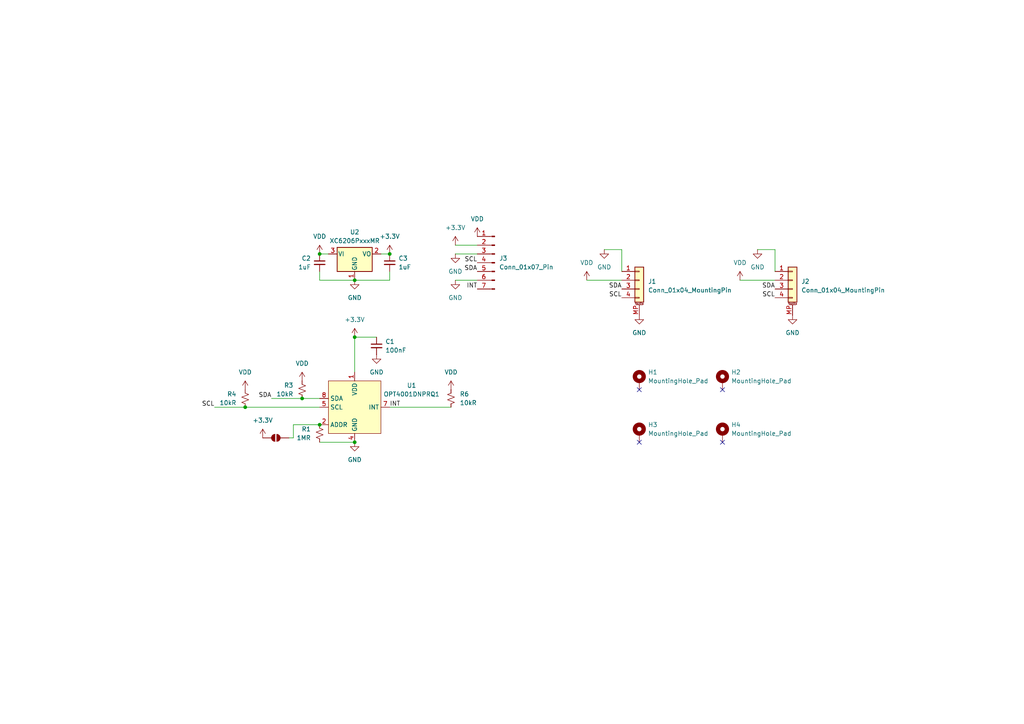
<source format=kicad_sch>
(kicad_sch (version 20231120) (generator "eeschema") (generator_version "8.0")
  (paper "A4")
  (lib_symbols
    (symbol "Connector:Conn_01x07_Pin" (pin_names (offset 1.016) hide)
      (property "Reference" "J" (at 0 10.16 0))
      (property "Value" "Conn_01x07_Pin" (at 0 -10.16 0))
      (symbol "Conn_01x07_Pin_1_1"
        (polyline (pts (xy 1.27 -7.62) (xy 0.8636 -7.62)) (stroke (width 0.1524)))
        (polyline (pts (xy 1.27 -5.08) (xy 0.8636 -5.08)) (stroke (width 0.1524)))
        (polyline (pts (xy 1.27 -2.54) (xy 0.8636 -2.54)) (stroke (width 0.1524)))
        (polyline (pts (xy 1.27 0) (xy 0.8636 0)) (stroke (width 0.1524)))
        (polyline (pts (xy 1.27 2.54) (xy 0.8636 2.54)) (stroke (width 0.1524)))
        (polyline (pts (xy 1.27 5.08) (xy 0.8636 5.08)) (stroke (width 0.1524)))
        (polyline (pts (xy 1.27 7.62) (xy 0.8636 7.62)) (stroke (width 0.1524)))
        (rectangle (start 0.8636 -7.493) (end 0 -7.747) (stroke (width 0.1524)) (fill (type outline)))
        (rectangle (start 0.8636 -4.953) (end 0 -5.207) (stroke (width 0.1524)) (fill (type outline)))
        (rectangle (start 0.8636 -2.413) (end 0 -2.667) (stroke (width 0.1524)) (fill (type outline)))
        (rectangle (start 0.8636 0.127) (end 0 -0.127) (stroke (width 0.1524)) (fill (type outline)))
        (rectangle (start 0.8636 2.667) (end 0 2.413) (stroke (width 0.1524)) (fill (type outline)))
        (rectangle (start 0.8636 5.207) (end 0 4.953) (stroke (width 0.1524)) (fill (type outline)))
        (rectangle (start 0.8636 7.747) (end 0 7.493) (stroke (width 0.1524)) (fill (type outline)))
        (pin passive line (at 5.08 7.62 180) (length 3.81) (name "Pin_1") (number "1"))
        (pin passive line (at 5.08 5.08 180) (length 3.81) (name "Pin_2") (number "2"))
        (pin passive line (at 5.08 2.54 180) (length 3.81) (name "Pin_3") (number "3"))
        (pin passive line (at 5.08 0 180) (length 3.81) (name "Pin_4") (number "4"))
        (pin passive line (at 5.08 -2.54 180) (length 3.81) (name "Pin_5") (number "5"))
        (pin passive line (at 5.08 -5.08 180) (length 3.81) (name "Pin_6") (number "6"))
        (pin passive line (at 5.08 -7.62 180) (length 3.81) (name "Pin_7") (number "7"))
      )
    )
    (symbol "Connector_Generic_MountingPin:Conn_01x04_MountingPin" (pin_names (offset 1.016) hide)
      (property "Reference" "J" (at 0 5.08 0))
      (property "Value" "Conn_01x04_MountingPin" (at 1.27 -7.62 0))
      (symbol "Conn_01x04_MountingPin_1_1"
        (rectangle (start -1.27 -4.953) (end 0 -5.207) (stroke (width 0.1524)))
        (rectangle (start -1.27 -2.413) (end 0 -2.667) (stroke (width 0.1524)))
        (rectangle (start -1.27 0.127) (end 0 -0.127) (stroke (width 0.1524)))
        (rectangle (start -1.27 2.667) (end 0 2.413) (stroke (width 0.1524)))
        (rectangle (start -1.27 3.81) (end 1.27 -6.35) (stroke (width 0.254)) (fill (type background)))
        (polyline (pts (xy -1.016 -7.112) (xy 1.016 -7.112)) (stroke (width 0.1524)))
        (text "Mounting" (at 0 -6.731 0) (effects (font (size 0.381 0.381))))
        (pin passive line (at -5.08 2.54 0) (length 3.81) (name "Pin_1") (number "1"))
        (pin passive line (at -5.08 0 0) (length 3.81) (name "Pin_2") (number "2"))
        (pin passive line (at -5.08 -2.54 0) (length 3.81) (name "Pin_3") (number "3"))
        (pin passive line (at -5.08 -5.08 0) (length 3.81) (name "Pin_4") (number "4"))
        (pin passive line (at 0 -10.16 90) (length 3.048) (name "MountPin") (number "MP"))
      )
    )
    (symbol "Device:C_Small" (pin_numbers hide) (pin_names (offset 0.254) hide)
      (property "Reference" "C" (at 0.254 1.778 0))
      (property "Value" "C_Small" (at 0.254 -2.032 0))
      (symbol "C_Small_0_1"
        (polyline (pts (xy -1.524 -0.508) (xy 1.524 -0.508)) (stroke (width 0.3302)))
        (polyline (pts (xy -1.524 0.508) (xy 1.524 0.508)) (stroke (width 0.3048)))
      )
      (symbol "C_Small_1_1"
        (pin passive line (at 0 2.54 270) (length 2.032) (name "~") (number "1"))
        (pin passive line (at 0 -2.54 90) (length 2.032) (name "~") (number "2"))
      )
    )
    (symbol "Device:R_Small_US" (pin_numbers hide) (pin_names (offset 0.254) hide)
      (property "Reference" "R" (at 0.762 0.508 0))
      (property "Value" "R_Small_US" (at 0.762 -1.016 0))
      (symbol "R_Small_US_1_1"
        (polyline (pts (xy 0 0) (xy 1.016 -0.381) (xy 0 -0.762) (xy -1.016 -1.143) (xy 0 -1.524)))
        (polyline (pts (xy 0 1.524) (xy 1.016 1.143) (xy 0 0.762) (xy -1.016 0.381) (xy 0 0)))
        (pin passive line (at 0 2.54 270) (length 1.016) (name "~") (number "1"))
        (pin passive line (at 0 -2.54 90) (length 1.016) (name "~") (number "2"))
      )
    )
    (symbol "Jumper:SolderJumper_2_Open" (pin_numbers hide) (pin_names (offset 0) hide) (exclude_from_sim yes) (in_bom no)
      (property "Reference" "JP" (at 0 2.032 0))
      (property "Value" "SolderJumper_2_Open" (at 0 -2.54 0))
      (symbol "SolderJumper_2_Open_0_1"
        (arc (start -0.254 1.016) (mid -1.2656 0) (end -0.254 -1.016))
        (arc (start -0.254 1.016) (mid -1.2656 0) (end -0.254 -1.016) (fill (type outline)))
        (polyline (pts (xy -0.254 1.016) (xy -0.254 -1.016)))
        (polyline (pts (xy 0.254 1.016) (xy 0.254 -1.016)))
        (arc (start 0.254 -1.016) (mid 1.2656 0) (end 0.254 1.016))
        (arc (start 0.254 -1.016) (mid 1.2656 0) (end 0.254 1.016) (fill (type outline)))
      )
      (symbol "SolderJumper_2_Open_1_1"
        (pin passive line (at -3.81 0 0) (length 2.54) (name "A") (number "1"))
        (pin passive line (at 3.81 0 180) (length 2.54) (name "B") (number "2"))
      )
    )
    (symbol "Mechanical:MountingHole_Pad" (pin_numbers hide) (pin_names (offset 1.016) hide) (exclude_from_sim yes) (in_bom no)
      (property "Reference" "H" (at 0 6.35 0))
      (property "Value" "MountingHole_Pad" (at 0 4.445 0))
      (symbol "MountingHole_Pad_0_1"
        (circle (center 0 1.27) (radius 1.27) (stroke (width 1.27)))
      )
      (symbol "MountingHole_Pad_1_1"
        (pin input line (at 0 -2.54 90) (length 2.54) (name "1") (number "1"))
      )
    )
    (symbol "OPT4001:OPT4001DNPRQ1"
      (property "Reference" "U" (at -10.16 12.7 0))
      (property "Value" "OPT4001DNPRQ1" (at -10.16 10.16 0))
      (symbol "OPT4001DNPRQ1_0_0"
        (pin power_in line (at 0 10.16 270) (length 2.54) (name "VDD") (number "1"))
        (pin power_in line (at 0 -10.16 90) (length 2.54) (name "GND") (number "4"))
        (pin input line (at -10.16 0 0) (length 2.54) (name "SCL") (number "5"))
        (pin no_connect line (at 2.54 -7.62 90) (length 2.54) hide (name "NC") (number "6"))
        (pin bidirectional line (at 10.16 0 180) (length 2.54) (name "INT") (number "7"))
        (pin bidirectional line (at -10.16 2.54 0) (length 2.54) (name "SDA") (number "8"))
      )
      (symbol "OPT4001DNPRQ1_1_0"
        (pin input line (at -10.16 -5.08 0) (length 2.54) (name "ADDR") (number "2"))
        (pin no_connect line (at -2.54 -7.62 90) (length 2.54) hide (name "NC") (number "3"))
      )
      (symbol "OPT4001DNPRQ1_1_1"
        (rectangle (start -7.62 7.62) (end 7.62 -7.62) (fill (type background)))
      )
    )
    (symbol "Regulator_Linear:XC6206PxxxMR" (pin_names (offset 0.254))
      (property "Reference" "U" (at -3.81 3.175 0))
      (property "Value" "XC6206PxxxMR" (at 0 3.175 0))
      (symbol "XC6206PxxxMR_0_1"
        (rectangle (start -5.08 1.905) (end 5.08 -5.08) (stroke (width 0.254)) (fill (type background)))
      )
      (symbol "XC6206PxxxMR_1_1"
        (pin power_in line (at 0 -7.62 90) (length 2.54) (name "GND") (number "1"))
        (pin power_out line (at 7.62 0 180) (length 2.54) (name "VO") (number "2"))
        (pin power_in line (at -7.62 0 0) (length 2.54) (name "VI") (number "3"))
      )
    )
    (symbol "power:+3.3V" (power) (pin_numbers hide) (pin_names (offset 0) hide)
      (property "Value" "+3.3V" (at 0 3.556 0))
      (symbol "+3.3V_0_1"
        (polyline (pts (xy -0.762 1.27) (xy 0 2.54)))
        (polyline (pts (xy 0 0) (xy 0 2.54)))
        (polyline (pts (xy 0 2.54) (xy 0.762 1.27)))
      )
      (symbol "+3.3V_1_1"
        (pin power_in line (at 0 0 90) (length 0) (name "~") (number "1"))
      )
    )
    (symbol "power:GND" (power) (pin_numbers hide) (pin_names (offset 0) hide)
      (property "Value" "GND" (at 0 -3.81 0))
      (symbol "GND_0_1"
        (polyline (pts (xy 0 0) (xy 0 -1.27) (xy 1.27 -1.27) (xy 0 -2.54) (xy -1.27 -1.27) (xy 0 -1.27)))
      )
      (symbol "GND_1_1"
        (pin power_in line (at 0 0 270) (length 0) (name "~") (number "1"))
      )
    )
    (symbol "power:VDD" (power) (pin_numbers hide) (pin_names (offset 0) hide)
      (property "Value" "VDD" (at 0 3.556 0))
      (symbol "VDD_0_1"
        (polyline (pts (xy -0.762 1.27) (xy 0 2.54)))
        (polyline (pts (xy 0 0) (xy 0 2.54)))
        (polyline (pts (xy 0 2.54) (xy 0.762 1.27)))
      )
      (symbol "VDD_1_1"
        (pin power_in line (at 0 0 90) (length 0) (name "~") (number "1"))
      )
    )
  )
  (junction (at 87.63 115.57))
  (junction (at 92.71 123.19))
  (junction (at 92.71 73.66))
  (junction (at 102.87 81.28))
  (junction (at 102.87 128.27))
  (junction (at 71.12 118.11))
  (junction (at 113.03 73.66))
  (junction (at 102.87 97.79))
  (no_connect (at 209.55 113.03))
  (no_connect (at 209.55 128.27))
  (no_connect (at 185.42 128.27))
  (no_connect (at 185.42 113.03))
  (wire (pts (xy 132.08 81.28) (xy 138.43 81.28)))
  (wire (pts (xy 214.63 81.28) (xy 224.79 81.28)))
  (wire (pts (xy 83.82 127) (xy 85.09 127)))
  (wire (pts (xy 180.34 72.39) (xy 180.34 78.74)))
  (wire (pts (xy 92.71 78.74) (xy 92.71 81.28)))
  (wire (pts (xy 92.71 81.28) (xy 102.87 81.28)))
  (wire (pts (xy 102.87 97.79) (xy 109.22 97.79)))
  (wire (pts (xy 219.71 72.39) (xy 224.79 72.39)))
  (wire (pts (xy 175.26 72.39) (xy 180.34 72.39)))
  (wire (pts (xy 85.09 123.19) (xy 92.71 123.19)))
  (wire (pts (xy 132.08 73.66) (xy 138.43 73.66)))
  (wire (pts (xy 113.03 118.11) (xy 130.81 118.11)))
  (wire (pts (xy 113.03 73.66) (xy 110.49 73.66)))
  (wire (pts (xy 78.74 115.57) (xy 87.63 115.57)))
  (wire (pts (xy 62.23 118.11) (xy 71.12 118.11)))
  (wire (pts (xy 71.12 118.11) (xy 92.71 118.11)))
  (wire (pts (xy 113.03 78.74) (xy 113.03 81.28)))
  (wire (pts (xy 170.18 81.28) (xy 180.34 81.28)))
  (wire (pts (xy 92.71 128.27) (xy 102.87 128.27)))
  (wire (pts (xy 92.71 73.66) (xy 95.25 73.66)))
  (wire (pts (xy 132.08 71.12) (xy 138.43 71.12)))
  (wire (pts (xy 87.63 115.57) (xy 92.71 115.57)))
  (wire (pts (xy 102.87 97.79) (xy 102.87 107.95)))
  (wire (pts (xy 85.09 127) (xy 85.09 123.19)))
  (wire (pts (xy 224.79 72.39) (xy 224.79 78.74)))
  (wire (pts (xy 113.03 81.28) (xy 102.87 81.28)))
  (label "SDA" (at 138.43 78.74 180))
  (label "INT" (at 113.03 118.11 0))
  (label "SDA" (at 180.34 83.82 180))
  (label "SCL" (at 138.43 76.2 180))
  (label "SCL" (at 224.79 86.36 180))
  (label "INT" (at 138.43 83.82 180))
  (label "SDA" (at 78.74 115.57 180))
  (label "SCL" (at 62.23 118.11 180))
  (label "SDA" (at 224.79 83.82 180))
  (label "SCL" (at 180.34 86.36 180))
  (symbol (lib_id "power:+3.3V") (at 113.03 73.66 0) (unit 1)
    (property "Reference" "#PWR011" (effects (hide yes)))
    (property "Value" "+3.3V" (at 113.03 68.58 0))
    (property "Description" "Power symbol creates a global label with name \"+3.3V\"" (effects (hide yes)))
  )
  (symbol (lib_id "Connector:Conn_01x07_Pin") (at 143.51 76.2 0) (mirror y) (unit 1)
    (property "Reference" "J3" (at 144.78 74.9299 0) (effects (justify right)))
    (property "Value" "Conn_01x07_Pin" (at 144.78 77.4699 0) (effects (justify right)))
    (property "Footprint" "Connector_PinHeader_2.54mm:PinHeader_1x07_P2.54mm_Vertical" (effects (hide yes)))
    (property "Description" "Generic connector, single row, 01x07, script generated" (effects (hide yes)))
  )
  (symbol (lib_id "power:+3.3V") (at 132.08 71.12 0) (unit 1)
    (property "Reference" "#PWR07" (effects (hide yes)))
    (property "Value" "+3.3V" (at 132.08 66.04 0))
    (property "Description" "Power symbol creates a global label with name \"+3.3V\"" (effects (hide yes)))
  )
  (symbol (lib_id "power:VDD") (at 214.63 81.28 0) (unit 1)
    (property "Reference" "#PWR023" (effects (hide yes)))
    (property "Value" "VDD" (at 214.63 76.2 0))
    (property "Description" "Power symbol creates a global label with name \"VDD\"" (effects (hide yes)))
  )
  (symbol (lib_id "power:VDD") (at 87.63 110.49 0) (unit 1)
    (property "Reference" "#PWR06" (effects (hide yes)))
    (property "Value" "VDD" (at 87.63 105.41 0))
    (property "Description" "Power symbol creates a global label with name \"VDD\"" (effects (hide yes)))
  )
  (symbol (lib_id "Device:C_Small") (at 92.71 76.2 0) (unit 1)
    (property "Reference" "C2" (at 90.17 74.9362 0) (effects (justify right)))
    (property "Value" "1uF" (at 90.17 77.4762 0) (effects (justify right)))
    (property "Footprint" "Capacitor_SMD:C_0402_1005Metric" (effects (hide yes)))
    (property "Description" "Unpolarized capacitor, small symbol" (effects (hide yes)))
    (property "LCSC" "C52923" (effects (hide yes)))
  )
  (symbol (lib_id "Mechanical:MountingHole_Pad") (at 185.42 125.73 0) (unit 1) (exclude_from_sim yes) (in_bom no)
    (property "Reference" "H3" (at 187.96 123.1899 0) (effects (justify left)))
    (property "Value" "MountingHole_Pad" (at 187.96 125.7299 0) (effects (justify left)))
    (property "Footprint" "OPT4001_MountingHole:MountingHole_2.5mm_Pad" (effects (hide yes)))
    (property "Description" "Mounting Hole with connection" (effects (hide yes)))
  )
  (symbol (lib_id "Device:R_Small_US") (at 92.71 125.73 0) (unit 1)
    (property "Reference" "R1" (at 90.17 124.4599 0) (effects (justify right)))
    (property "Value" "1MR" (at 90.17 126.9999 0) (effects (justify right)))
    (property "Footprint" "Resistor_SMD:R_0402_1005Metric" (effects (hide yes)))
    (property "Description" "Resistor, small US symbol" (effects (hide yes)))
    (property "LCSC" "C26083" (effects (hide yes)))
  )
  (symbol (lib_id "power:GND") (at 132.08 73.66 0) (unit 1)
    (property "Reference" "#PWR013" (effects (hide yes)))
    (property "Value" "GND" (at 132.08 78.74 0))
    (property "Description" "Power symbol creates a global label with name \"GND\" , ground" (effects (hide yes)))
  )
  (symbol (lib_id "power:+3.3V") (at 102.87 97.79 0) (unit 1)
    (property "Reference" "#PWR01" (effects (hide yes)))
    (property "Value" "+3.3V" (at 102.87 92.71 0))
    (property "Description" "Power symbol creates a global label with name \"+3.3V\"" (effects (hide yes)))
  )
  (symbol (lib_id "power:GND") (at 219.71 72.39 0) (unit 1)
    (property "Reference" "#PWR022" (effects (hide yes)))
    (property "Value" "GND" (at 219.71 77.47 0))
    (property "Description" "Power symbol creates a global label with name \"GND\" , ground" (effects (hide yes)))
  )
  (symbol (lib_id "power:VDD") (at 130.81 113.03 0) (unit 1)
    (property "Reference" "#PWR012" (effects (hide yes)))
    (property "Value" "VDD" (at 130.81 107.95 0))
    (property "Description" "Power symbol creates a global label with name \"VDD\"" (effects (hide yes)))
  )
  (symbol (lib_id "Device:R_Small_US") (at 130.81 115.57 0) (mirror y) (unit 1)
    (property "Reference" "R6" (at 133.35 114.2999 0) (effects (justify right)))
    (property "Value" "10kR" (at 133.35 116.8399 0) (effects (justify right)))
    (property "Footprint" "Resistor_SMD:R_0402_1005Metric" (effects (hide yes)))
    (property "Description" "Resistor, small US symbol" (effects (hide yes)))
    (property "LCSC" "C25744" (effects (hide yes)))
  )
  (symbol (lib_id "Mechanical:MountingHole_Pad") (at 185.42 110.49 0) (unit 1) (exclude_from_sim yes) (in_bom no)
    (property "Reference" "H1" (at 187.96 107.9499 0) (effects (justify left)))
    (property "Value" "MountingHole_Pad" (at 187.96 110.4899 0) (effects (justify left)))
    (property "Footprint" "OPT4001_MountingHole:MountingHole_2.5mm_Pad" (effects (hide yes)))
    (property "Description" "Mounting Hole with connection" (effects (hide yes)))
  )
  (symbol (lib_id "power:VDD") (at 71.12 113.03 0) (unit 1)
    (property "Reference" "#PWR08" (effects (hide yes)))
    (property "Value" "VDD" (at 71.12 107.95 0))
    (property "Description" "Power symbol creates a global label with name \"VDD\"" (effects (hide yes)))
  )
  (symbol (lib_id "power:GND") (at 102.87 81.28 0) (unit 1)
    (property "Reference" "#PWR09" (effects (hide yes)))
    (property "Value" "GND" (at 102.87 86.36 0))
    (property "Description" "Power symbol creates a global label with name \"GND\" , ground" (effects (hide yes)))
  )
  (symbol (lib_id "Regulator_Linear:XC6206PxxxMR") (at 102.87 73.66 0) (unit 1)
    (property "Reference" "U2" (at 102.87 67.31 0))
    (property "Value" "XC6206PxxxMR" (at 102.87 69.85 0))
    (property "Footprint" "Package_TO_SOT_SMD:SOT-23-3" (effects (hide yes)))
    (property "Datasheet" "https://www.torexsemi.com/file/xc6206/XC6206.pdf" (effects (hide yes)))
    (property "Description" "Positive 60-250mA Low Dropout Regulator, Fixed Output, SOT-23" (effects (hide yes)))
    (property "LCSC" "C5446" (effects (hide yes)))
  )
  (symbol (lib_id "OPT4001:OPT4001DNPRQ1") (at 102.87 118.11 0) (unit 1)
    (property "Reference" "U1" (at 119.38 111.7914 0))
    (property "Value" "OPT4001DNPRQ1" (at 119.38 114.3314 0))
    (property "Footprint" "OPT4001_Package_TO_SOT_SMD:SOT-5X3" (effects (hide yes)))
    (property "LCSC" "C17612395" (effects (hide yes)))
  )
  (symbol (lib_id "power:VDD") (at 170.18 81.28 0) (unit 1)
    (property "Reference" "#PWR019" (effects (hide yes)))
    (property "Value" "VDD" (at 170.18 76.2 0))
    (property "Description" "Power symbol creates a global label with name \"VDD\"" (effects (hide yes)))
  )
  (symbol (lib_id "Jumper:SolderJumper_2_Open") (at 80.01 127 0) (unit 1) (exclude_from_sim yes) (in_bom no)
    (property "Reference" "JP1" (effects (hide yes)))
    (property "Value" "SolderJumper_2_Open" (effects (hide yes)))
    (property "Footprint" "Jumper:SolderJumper-2_P1.3mm_Open_RoundedPad1.0x1.5mm" (effects (hide yes)))
    (property "Description" "Solder Jumper, 2-pole, open" (effects (hide yes)))
  )
  (symbol (lib_id "power:+3.3V") (at 76.2 127 0) (unit 1)
    (property "Reference" "#PWR04" (effects (hide yes)))
    (property "Value" "+3.3V" (at 76.2 121.92 0))
    (property "Description" "Power symbol creates a global label with name \"+3.3V\"" (effects (hide yes)))
  )
  (symbol (lib_id "power:GND") (at 185.42 91.44 0) (unit 1)
    (property "Reference" "#PWR021" (effects (hide yes)))
    (property "Value" "GND" (at 185.42 96.52 0))
    (property "Description" "Power symbol creates a global label with name \"GND\" , ground" (effects (hide yes)))
  )
  (symbol (lib_id "power:GND") (at 229.87 91.44 0) (unit 1)
    (property "Reference" "#PWR024" (effects (hide yes)))
    (property "Value" "GND" (at 229.87 96.52 0))
    (property "Description" "Power symbol creates a global label with name \"GND\" , ground" (effects (hide yes)))
  )
  (symbol (lib_id "Connector_Generic_MountingPin:Conn_01x04_MountingPin") (at 229.87 81.28 0) (unit 1)
    (property "Reference" "J2" (at 232.41 81.6355 0) (effects (justify left)))
    (property "Value" "Conn_01x04_MountingPin" (at 232.41 84.1755 0) (effects (justify left)))
    (property "Footprint" "Connector_JST:JST_SH_SM04B-SRSS-TB_1x04-1MP_P1.00mm_Horizontal" (effects (hide yes)))
    (property "Description" "Generic connectable mounting pin connector, single row, 01x04, script generated (kicad-library-utils/schlib/autogen/connector/)" (effects (hide yes)))
    (property "LCSC" "C371571" (effects (hide yes)))
  )
  (symbol (lib_id "Mechanical:MountingHole_Pad") (at 209.55 125.73 0) (unit 1) (exclude_from_sim yes) (in_bom no)
    (property "Reference" "H4" (at 212.09 123.1899 0) (effects (justify left)))
    (property "Value" "MountingHole_Pad" (at 212.09 125.7299 0) (effects (justify left)))
    (property "Footprint" "OPT4001_MountingHole:MountingHole_2.5mm_Pad" (effects (hide yes)))
    (property "Description" "Mounting Hole with connection" (effects (hide yes)))
  )
  (symbol (lib_id "power:GND") (at 132.08 81.28 0) (unit 1)
    (property "Reference" "#PWR014" (effects (hide yes)))
    (property "Value" "GND" (at 132.08 86.36 0))
    (property "Description" "Power symbol creates a global label with name \"GND\" , ground" (effects (hide yes)))
  )
  (symbol (lib_id "power:VDD") (at 92.71 73.66 0) (unit 1)
    (property "Reference" "#PWR010" (effects (hide yes)))
    (property "Value" "VDD" (at 92.71 68.58 0))
    (property "Description" "Power symbol creates a global label with name \"VDD\"" (effects (hide yes)))
  )
  (symbol (lib_id "power:GND") (at 102.87 128.27 0) (unit 1)
    (property "Reference" "#PWR03" (effects (hide yes)))
    (property "Value" "GND" (at 102.87 133.35 0))
    (property "Description" "Power symbol creates a global label with name \"GND\" , ground" (effects (hide yes)))
  )
  (symbol (lib_id "power:GND") (at 175.26 72.39 0) (unit 1)
    (property "Reference" "#PWR020" (effects (hide yes)))
    (property "Value" "GND" (at 175.26 77.47 0))
    (property "Description" "Power symbol creates a global label with name \"GND\" , ground" (effects (hide yes)))
  )
  (symbol (lib_id "Device:R_Small_US") (at 87.63 113.03 0) (unit 1)
    (property "Reference" "R3" (at 85.09 111.7599 0) (effects (justify right)))
    (property "Value" "10kR" (at 85.09 114.2999 0) (effects (justify right)))
    (property "Footprint" "Resistor_SMD:R_0402_1005Metric" (effects (hide yes)))
    (property "Description" "Resistor, small US symbol" (effects (hide yes)))
    (property "LCSC" "C25744" (effects (hide yes)))
  )
  (symbol (lib_id "power:GND") (at 109.22 102.87 0) (unit 1)
    (property "Reference" "#PWR02" (effects (hide yes)))
    (property "Value" "GND" (at 109.22 107.95 0))
    (property "Description" "Power symbol creates a global label with name \"GND\" , ground" (effects (hide yes)))
  )
  (symbol (lib_id "Connector_Generic_MountingPin:Conn_01x04_MountingPin") (at 185.42 81.28 0) (unit 1)
    (property "Reference" "J1" (at 187.96 81.6355 0) (effects (justify left)))
    (property "Value" "Conn_01x04_MountingPin" (at 187.96 84.1755 0) (effects (justify left)))
    (property "Footprint" "Connector_JST:JST_SH_SM04B-SRSS-TB_1x04-1MP_P1.00mm_Horizontal" (effects (hide yes)))
    (property "Description" "Generic connectable mounting pin connector, single row, 01x04, script generated (kicad-library-utils/schlib/autogen/connector/)" (effects (hide yes)))
    (property "LCSC" "C371571" (effects (hide yes)))
  )
  (symbol (lib_id "Device:C_Small") (at 109.22 100.33 0) (unit 1)
    (property "Reference" "C1" (at 111.76 99.0662 0) (effects (justify left)))
    (property "Value" "100nF" (at 111.76 101.6062 0) (effects (justify left)))
    (property "Footprint" "Capacitor_SMD:C_0402_1005Metric" (effects (hide yes)))
    (property "Description" "Unpolarized capacitor, small symbol" (effects (hide yes)))
    (property "LCSC" "C1525" (effects (hide yes)))
  )
  (symbol (lib_id "power:VDD") (at 138.43 68.58 0) (unit 1)
    (property "Reference" "#PWR05" (effects (hide yes)))
    (property "Value" "VDD" (at 138.43 63.5 0))
    (property "Description" "Power symbol creates a global label with name \"VDD\"" (effects (hide yes)))
  )
  (symbol (lib_id "Device:R_Small_US") (at 71.12 115.57 0) (unit 1)
    (property "Reference" "R4" (at 68.58 114.2999 0) (effects (justify right)))
    (property "Value" "10kR" (at 68.58 116.8399 0) (effects (justify right)))
    (property "Footprint" "Resistor_SMD:R_0402_1005Metric" (effects (hide yes)))
    (property "Description" "Resistor, small US symbol" (effects (hide yes)))
    (property "LCSC" "C25744" (effects (hide yes)))
  )
  (symbol (lib_id "Mechanical:MountingHole_Pad") (at 209.55 110.49 0) (unit 1) (exclude_from_sim yes) (in_bom no)
    (property "Reference" "H2" (at 212.09 107.9499 0) (effects (justify left)))
    (property "Value" "MountingHole_Pad" (at 212.09 110.4899 0) (effects (justify left)))
    (property "Footprint" "OPT4001_MountingHole:MountingHole_2.5mm_Pad" (effects (hide yes)))
    (property "Description" "Mounting Hole with connection" (effects (hide yes)))
  )
  (symbol (lib_id "Device:C_Small") (at 113.03 76.2 0) (mirror y) (unit 1)
    (property "Reference" "C3" (at 115.57 74.9362 0) (effects (justify right)))
    (property "Value" "1uF" (at 115.57 77.4762 0) (effects (justify right)))
    (property "Footprint" "Capacitor_SMD:C_0402_1005Metric" (effects (hide yes)))
    (property "Description" "Unpolarized capacitor, small symbol" (effects (hide yes)))
    (property "LCSC" "C52923" (effects (hide yes)))
  )
)
</source>
